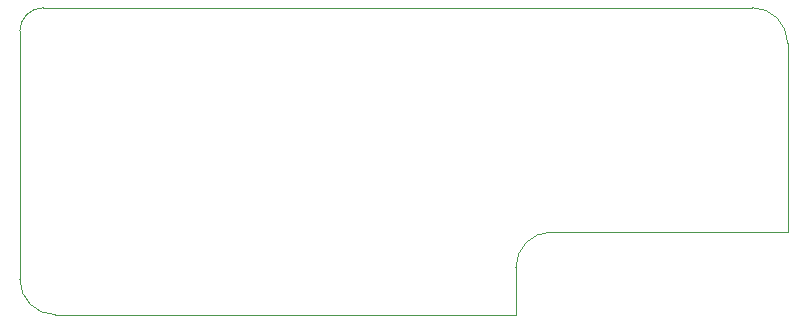
<source format=gbr>
G04 #@! TF.FileFunction,Profile,NP*
%FSLAX46Y46*%
G04 Gerber Fmt 4.6, Leading zero omitted, Abs format (unit mm)*
G04 Created by KiCad (PCBNEW (2015-07-04 BZR 5884, Git c1bbf3e)-product) date 08/02/2016 4:00:02 PM*
%MOMM*%
G01*
G04 APERTURE LIST*
%ADD10C,0.100000*%
G04 APERTURE END LIST*
D10*
X145000000Y-93000000D02*
G75*
G03X142000000Y-96000000I0J-3000000D01*
G01*
X102000000Y-74000000D02*
G75*
G03X100000000Y-76000000I0J-2000000D01*
G01*
X165000000Y-77000000D02*
G75*
G03X162000000Y-74000000I-3000000J0D01*
G01*
X100000000Y-97000000D02*
G75*
G03X103000000Y-100000000I3000000J0D01*
G01*
X142000000Y-96000000D02*
X142000000Y-100000000D01*
X165000000Y-93000000D02*
X145000000Y-93000000D01*
X142000000Y-100000000D02*
X103000000Y-100000000D01*
X165000000Y-77000000D02*
X165000000Y-93000000D01*
X102000000Y-74000000D02*
X162000000Y-74000000D01*
X100000000Y-97000000D02*
X100000000Y-76000000D01*
M02*

</source>
